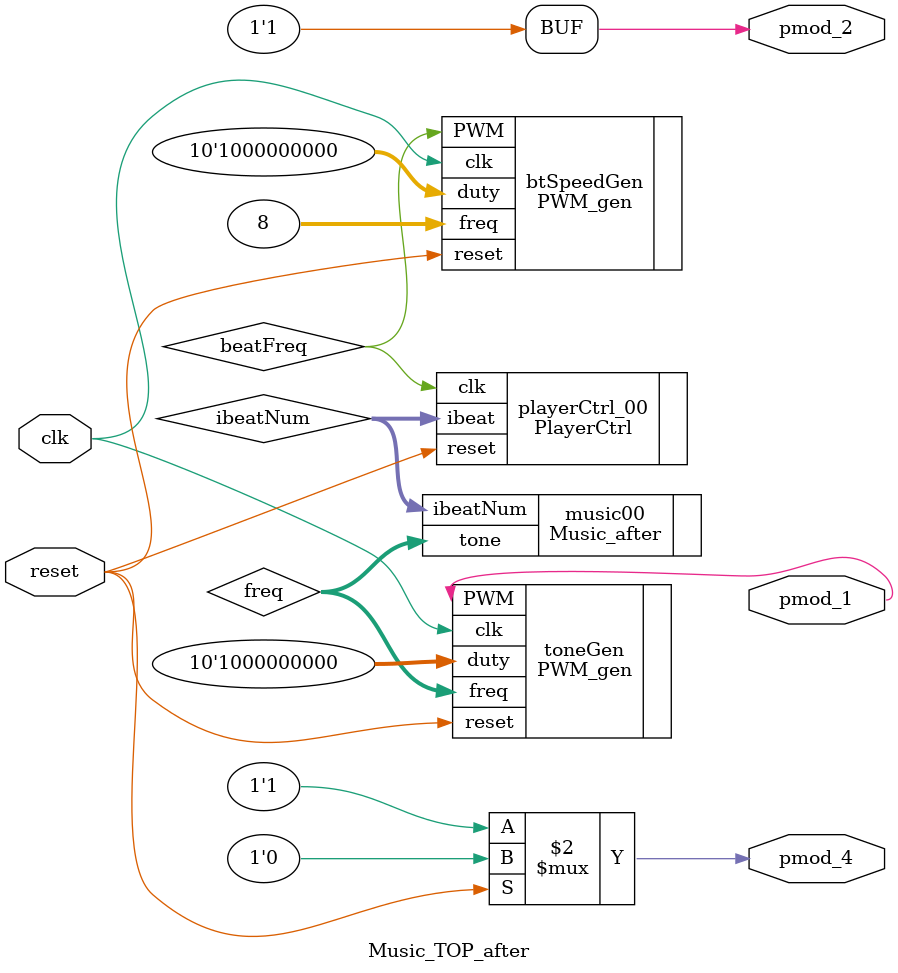
<source format=v>

module Music_TOP_after (
	input clk,
	input reset,
	output pmod_1,
	output pmod_2,
	output pmod_4
);
parameter BEAT_FREQ = 32'd8;	//one beat=0.125sec
parameter DUTY_BEST = 10'd512;	//duty cycle=50%

wire [31:0] freq;
wire [7:0] ibeatNum;
wire beatFreq;

assign pmod_2 = 1'd1;	//no gain(6dB)
assign pmod_4 = (reset == 1)? 1'd0 : 1'd1;	//turn-on

//Generate beat speed
PWM_gen btSpeedGen ( .clk(clk), 
					 .reset(reset),
					 .freq(BEAT_FREQ),
					 .duty(DUTY_BEST), 
					 .PWM(beatFreq)
);
	
//manipulate beat
PlayerCtrl playerCtrl_00 ( .clk(beatFreq),
						   .reset(reset),
						   .ibeat(ibeatNum)
);	
	
	
//Generate variant freq. of tones
Music_after music00 ( .ibeatNum(ibeatNum),
					  .tone(freq)
);



// Generate particular freq. signal
PWM_gen toneGen ( .clk(clk), 
				  .reset(reset), 
				  .freq(freq),
				  .duty(DUTY_BEST), 
				  .PWM(pmod_1)
);

endmodule
</source>
